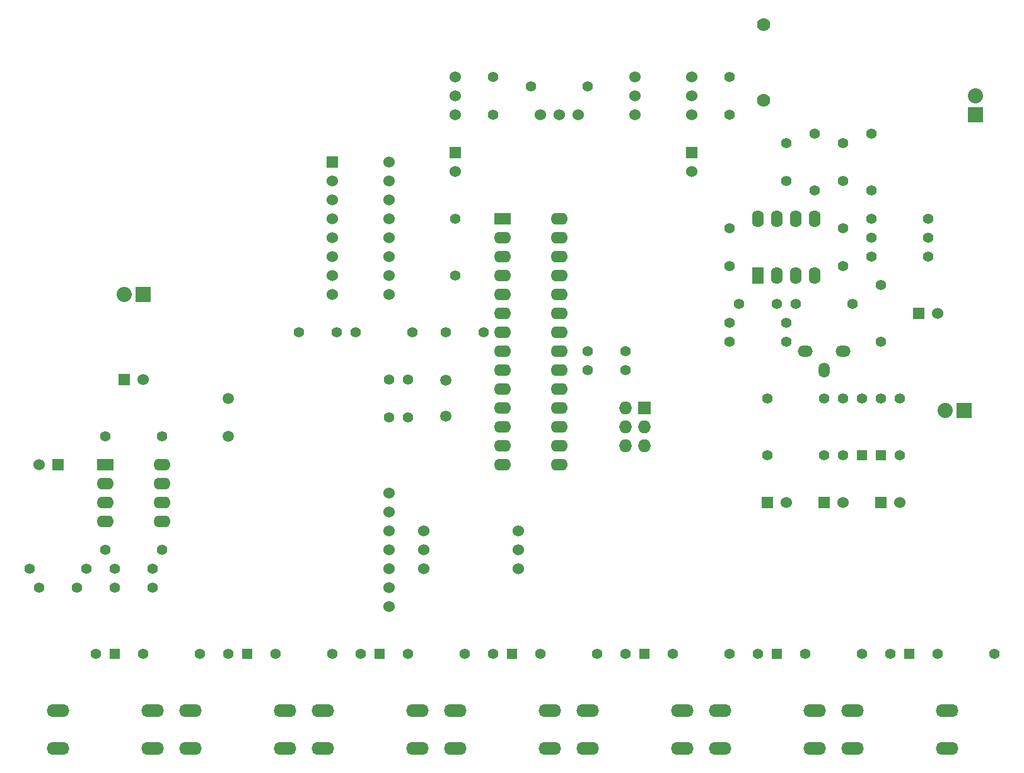
<source format=gbs>
%FSLAX34Y34*%
G04 Gerber Fmt 3.4, Leading zero omitted, Abs format*
G04 (created by PCBNEW (2014-03-19 BZR 4756)-product) date Fri 26 Dec 2014 10:56:14 GMT*
%MOIN*%
G01*
G70*
G90*
G04 APERTURE LIST*
%ADD10C,0.005906*%
%ADD11C,0.060000*%
%ADD12O,0.059100X0.078700*%
%ADD13O,0.078700X0.059100*%
%ADD14R,0.060000X0.060000*%
%ADD15R,0.055000X0.055000*%
%ADD16C,0.055000*%
%ADD17O,0.090000X0.062000*%
%ADD18R,0.090000X0.062000*%
%ADD19C,0.070000*%
%ADD20O,0.120000X0.068000*%
%ADD21R,0.062000X0.090000*%
%ADD22O,0.062000X0.090000*%
%ADD23C,0.059100*%
%ADD24R,0.080000X0.080000*%
%ADD25O,0.080000X0.080000*%
%ADD26R,0.068000X0.068000*%
%ADD27O,0.068000X0.068000*%
G04 APERTURE END LIST*
G54D10*
G54D11*
X51500Y-49000D03*
X51500Y-48000D03*
X51500Y-47000D03*
X51500Y-46000D03*
X51500Y-45000D03*
X51500Y-44000D03*
X51500Y-43000D03*
X55000Y-22000D03*
X55000Y-21000D03*
X55000Y-23000D03*
X67500Y-22000D03*
X67500Y-21000D03*
X67500Y-23000D03*
X64500Y-22000D03*
X64500Y-21000D03*
X64500Y-23000D03*
X60500Y-23000D03*
X59500Y-23000D03*
X61500Y-23000D03*
G54D12*
X74500Y-36500D03*
G54D13*
X75500Y-35500D03*
X73500Y-35500D03*
G54D14*
X79500Y-33500D03*
G54D11*
X80500Y-33500D03*
G54D14*
X77500Y-43500D03*
G54D11*
X78500Y-43500D03*
G54D14*
X71500Y-43500D03*
G54D11*
X72500Y-43500D03*
G54D14*
X34000Y-41500D03*
G54D11*
X33000Y-41500D03*
G54D14*
X74500Y-43500D03*
G54D11*
X75500Y-43500D03*
G54D14*
X37500Y-37000D03*
G54D11*
X38500Y-37000D03*
G54D14*
X55000Y-25000D03*
G54D11*
X55000Y-26000D03*
G54D14*
X67500Y-25000D03*
G54D11*
X67500Y-26000D03*
G54D15*
X76500Y-41000D03*
G54D16*
X76500Y-38000D03*
G54D15*
X77500Y-41000D03*
G54D16*
X77500Y-38000D03*
G54D15*
X72000Y-51500D03*
G54D16*
X71000Y-51500D03*
G54D15*
X79000Y-51500D03*
G54D16*
X78000Y-51500D03*
G54D15*
X58000Y-51500D03*
G54D16*
X57000Y-51500D03*
G54D17*
X57500Y-29500D03*
X57500Y-30500D03*
X57500Y-31500D03*
X57500Y-32500D03*
X57500Y-33500D03*
X57500Y-34500D03*
X57500Y-35500D03*
X57500Y-36500D03*
X57500Y-37500D03*
X57500Y-38500D03*
X57500Y-39500D03*
X57500Y-40500D03*
X57500Y-41500D03*
G54D18*
X57500Y-28500D03*
G54D17*
X60500Y-41500D03*
X60500Y-40500D03*
X60500Y-39500D03*
X60500Y-38500D03*
X60500Y-37500D03*
X60500Y-36500D03*
X60500Y-35500D03*
X60500Y-34500D03*
X60500Y-33500D03*
X60500Y-32500D03*
X60500Y-31500D03*
X60500Y-30500D03*
X60500Y-29500D03*
X60500Y-28500D03*
G54D19*
X71300Y-22250D03*
X71300Y-18250D03*
G54D16*
X77000Y-30500D03*
X80000Y-30500D03*
X49750Y-34500D03*
X52750Y-34500D03*
X77500Y-32000D03*
X77500Y-35000D03*
X78500Y-38000D03*
X78500Y-41000D03*
X35500Y-47000D03*
X32500Y-47000D03*
X73000Y-33000D03*
X76000Y-33000D03*
X74500Y-38000D03*
X74500Y-41000D03*
X66500Y-51500D03*
X69500Y-51500D03*
X75500Y-41000D03*
X75500Y-38000D03*
X39500Y-40000D03*
X36500Y-40000D03*
X71500Y-38000D03*
X71500Y-41000D03*
X39500Y-46000D03*
X36500Y-46000D03*
X69500Y-34000D03*
X72500Y-34000D03*
X69500Y-35000D03*
X72500Y-35000D03*
X77000Y-29500D03*
X80000Y-29500D03*
X77000Y-28500D03*
X80000Y-28500D03*
X77000Y-24000D03*
X77000Y-27000D03*
X74000Y-27000D03*
X74000Y-24000D03*
X59000Y-21500D03*
X62000Y-21500D03*
X55000Y-28500D03*
X55000Y-31500D03*
X73500Y-51500D03*
X76500Y-51500D03*
X80500Y-51500D03*
X83500Y-51500D03*
X59500Y-51500D03*
X62500Y-51500D03*
G54D20*
X74000Y-54500D03*
X74000Y-56500D03*
X69000Y-54500D03*
X69000Y-56500D03*
X81000Y-54500D03*
X81000Y-56500D03*
X76000Y-54500D03*
X76000Y-56500D03*
X60000Y-54500D03*
X60000Y-56500D03*
X55000Y-54500D03*
X55000Y-56500D03*
G54D18*
X36500Y-41500D03*
G54D17*
X36500Y-42500D03*
X36500Y-43500D03*
X36500Y-44500D03*
X39500Y-44500D03*
X39500Y-43500D03*
X39500Y-42500D03*
X39500Y-41500D03*
G54D21*
X71000Y-31500D03*
G54D22*
X72000Y-31500D03*
X73000Y-31500D03*
X74000Y-31500D03*
X74000Y-28500D03*
X73000Y-28500D03*
X72000Y-28500D03*
X71000Y-28500D03*
G54D23*
X54500Y-37039D03*
X54500Y-38961D03*
G54D15*
X65000Y-51500D03*
G54D16*
X64000Y-51500D03*
G54D24*
X81900Y-38650D03*
G54D25*
X80900Y-38650D03*
G54D24*
X38500Y-32500D03*
G54D25*
X37500Y-32500D03*
G54D24*
X82500Y-23000D03*
G54D25*
X82500Y-22000D03*
G54D26*
X65000Y-38500D03*
G54D27*
X64000Y-38500D03*
X65000Y-39500D03*
X64000Y-39500D03*
X65000Y-40500D03*
X64000Y-40500D03*
G54D20*
X67000Y-54500D03*
X67000Y-56500D03*
X62000Y-54500D03*
X62000Y-56500D03*
G54D16*
X48750Y-34500D03*
X46750Y-34500D03*
X37000Y-48000D03*
X39000Y-48000D03*
X35000Y-48000D03*
X33000Y-48000D03*
G54D23*
X43000Y-38000D03*
X43000Y-40000D03*
G54D16*
X37000Y-47000D03*
X39000Y-47000D03*
X69500Y-31000D03*
X69500Y-29000D03*
X70000Y-33000D03*
X72000Y-33000D03*
X75500Y-29000D03*
X75500Y-31000D03*
X72500Y-26500D03*
X72500Y-24500D03*
X75500Y-24500D03*
X75500Y-26500D03*
X57000Y-21000D03*
X57000Y-23000D03*
X69500Y-21000D03*
X69500Y-23000D03*
X56500Y-34500D03*
X54500Y-34500D03*
X62000Y-36500D03*
X64000Y-36500D03*
X62000Y-35500D03*
X64000Y-35500D03*
X52500Y-37000D03*
X51500Y-37000D03*
X52500Y-39000D03*
X51500Y-39000D03*
G54D15*
X51000Y-51500D03*
G54D16*
X50000Y-51500D03*
G54D15*
X44000Y-51500D03*
G54D16*
X43000Y-51500D03*
G54D15*
X37000Y-51500D03*
G54D16*
X36000Y-51500D03*
X52500Y-51500D03*
X55500Y-51500D03*
X45500Y-51500D03*
X48500Y-51500D03*
X38500Y-51500D03*
X41500Y-51500D03*
G54D20*
X53000Y-54500D03*
X53000Y-56500D03*
X48000Y-54500D03*
X48000Y-56500D03*
X46000Y-54500D03*
X46000Y-56500D03*
X41000Y-54500D03*
X41000Y-56500D03*
X39000Y-54500D03*
X39000Y-56500D03*
X34000Y-54500D03*
X34000Y-56500D03*
G54D14*
X48500Y-25500D03*
G54D11*
X48500Y-26500D03*
X48500Y-27500D03*
X48500Y-28500D03*
X48500Y-29500D03*
X48500Y-30500D03*
X48500Y-31500D03*
X48500Y-32500D03*
X51500Y-32500D03*
X51500Y-31500D03*
X51500Y-30500D03*
X51500Y-29500D03*
X51500Y-28500D03*
X51500Y-27500D03*
X51500Y-26500D03*
X51500Y-25500D03*
X53350Y-46000D03*
X58350Y-46000D03*
X53350Y-45000D03*
X58350Y-45000D03*
X53350Y-47000D03*
X58350Y-47000D03*
M02*

</source>
